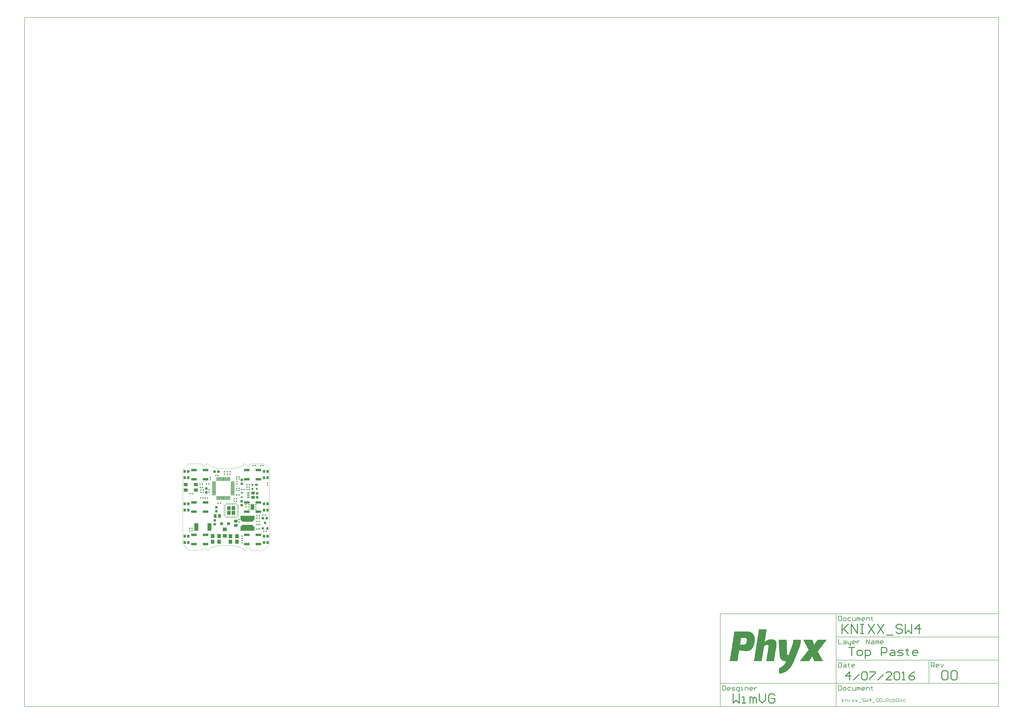
<source format=gtp>
G04 Layer_Color=8421504*
%FSLAX25Y25*%
%MOIN*%
G70*
G01*
G75*
%ADD10C,0.00787*%
%ADD11R,0.03937X0.04331*%
%ADD12R,0.04331X0.03937*%
%ADD13R,0.03937X0.04724*%
%ADD14R,0.07087X0.05512*%
%ADD15R,0.06299X0.07087*%
%ADD16R,0.07087X0.06299*%
%ADD17R,0.05906X0.05118*%
%ADD19O,0.00984X0.03347*%
%ADD20O,0.00984X0.03543*%
%ADD21O,0.03347X0.00984*%
%ADD22O,0.03543X0.00984*%
%ADD23R,0.02362X0.01969*%
%ADD24R,0.01969X0.02362*%
%ADD25R,0.03150X0.03543*%
%ADD26R,0.04724X0.03543*%
%ADD27R,0.09449X0.03937*%
%ADD28R,0.05906X0.09449*%
%ADD29R,0.02756X0.01575*%
%ADD30O,0.01181X0.07087*%
%ADD31O,0.07087X0.01181*%
%ADD32R,0.07087X0.12598*%
%ADD33C,0.00839*%
%ADD34R,0.03347X0.03937*%
%ADD35R,0.03347X0.03937*%
%ADD36R,0.01181X0.02598*%
%ADD37R,0.03937X0.02362*%
%ADD38R,0.05118X0.05906*%
%ADD39R,0.04921X0.04803*%
%ADD40R,0.23622X0.04724*%
%ADD43C,0.01575*%
%ADD45C,0.00984*%
%ADD46C,0.00394*%
%ADD62R,0.06496X0.06890*%
G36*
X975410Y-225449D02*
Y-225736D01*
Y-226022D01*
Y-226308D01*
Y-226595D01*
Y-226881D01*
Y-227167D01*
Y-227453D01*
Y-227740D01*
Y-228026D01*
Y-228312D01*
Y-228599D01*
Y-228885D01*
Y-229171D01*
Y-229458D01*
Y-229744D01*
Y-230030D01*
Y-230317D01*
Y-230603D01*
Y-230889D01*
Y-231176D01*
X975124D01*
Y-231462D01*
Y-231748D01*
Y-232034D01*
Y-232321D01*
Y-232607D01*
X974838D01*
Y-232893D01*
Y-233180D01*
Y-233466D01*
Y-233752D01*
X974551D01*
Y-234039D01*
Y-234325D01*
Y-234611D01*
Y-234898D01*
X974265D01*
Y-235184D01*
Y-235470D01*
Y-235757D01*
X973979D01*
Y-236043D01*
Y-236329D01*
Y-236615D01*
X973692D01*
Y-236902D01*
Y-237188D01*
Y-237474D01*
X973406D01*
Y-237761D01*
Y-238047D01*
Y-238333D01*
X973120D01*
Y-238620D01*
Y-238906D01*
X972834D01*
Y-239192D01*
Y-239479D01*
X972547D01*
Y-239765D01*
Y-240051D01*
Y-240338D01*
X972261D01*
Y-240624D01*
Y-240910D01*
X971975D01*
Y-241196D01*
Y-241483D01*
Y-241769D01*
X971688D01*
Y-242056D01*
Y-242342D01*
X971402D01*
Y-242628D01*
Y-242914D01*
Y-243201D01*
X971116D01*
Y-243487D01*
Y-243773D01*
X970829D01*
Y-244060D01*
Y-244346D01*
Y-244632D01*
X970543D01*
Y-244919D01*
Y-245205D01*
X970257D01*
Y-245491D01*
Y-245778D01*
Y-246064D01*
X969970D01*
Y-246350D01*
Y-246637D01*
X969684D01*
Y-246923D01*
Y-247209D01*
Y-247495D01*
X969398D01*
Y-247782D01*
Y-248068D01*
X969111D01*
Y-248354D01*
Y-248641D01*
Y-248927D01*
X968825D01*
Y-249213D01*
Y-249500D01*
X968539D01*
Y-249786D01*
Y-250072D01*
Y-250359D01*
X968252D01*
Y-250645D01*
Y-250931D01*
X967966D01*
Y-251218D01*
Y-251504D01*
Y-251790D01*
X967680D01*
Y-252076D01*
Y-252363D01*
X967393D01*
Y-252649D01*
Y-252935D01*
Y-253222D01*
X967107D01*
Y-253508D01*
Y-253794D01*
X966821D01*
Y-254081D01*
Y-254367D01*
Y-254653D01*
X966535D01*
Y-254940D01*
Y-255226D01*
X966248D01*
Y-255512D01*
Y-255799D01*
Y-256085D01*
X965962D01*
Y-256371D01*
Y-256657D01*
X965676D01*
Y-256944D01*
Y-257230D01*
Y-257516D01*
X965389D01*
Y-257803D01*
Y-258089D01*
X965103D01*
Y-258375D01*
Y-258662D01*
Y-258948D01*
X964817D01*
Y-259234D01*
Y-259521D01*
X964530D01*
Y-259807D01*
Y-260093D01*
Y-260380D01*
X964244D01*
Y-260666D01*
Y-260952D01*
X963958D01*
Y-261238D01*
Y-261525D01*
Y-261811D01*
X963671D01*
Y-262097D01*
Y-262384D01*
X963385D01*
Y-262670D01*
Y-262956D01*
X963099D01*
Y-263243D01*
Y-263529D01*
X962813D01*
Y-263815D01*
Y-264102D01*
Y-264388D01*
X962526D01*
Y-264674D01*
X962240D01*
Y-264961D01*
Y-265247D01*
Y-265533D01*
X961954D01*
Y-265819D01*
X961667D01*
Y-266106D01*
Y-266392D01*
X961381D01*
Y-266678D01*
Y-266965D01*
X961095D01*
Y-267251D01*
Y-267537D01*
X960808D01*
Y-267824D01*
Y-268110D01*
X960522D01*
Y-268396D01*
X960236D01*
Y-268683D01*
Y-268969D01*
X959949D01*
Y-269255D01*
Y-269542D01*
X959663D01*
Y-269828D01*
X959377D01*
Y-270114D01*
X959091D01*
Y-270400D01*
Y-270687D01*
X958804D01*
Y-270973D01*
X958518D01*
Y-271259D01*
Y-271546D01*
X958232D01*
Y-271832D01*
X957945D01*
Y-272118D01*
X957659D01*
Y-272405D01*
Y-272691D01*
X957373D01*
Y-272977D01*
X957086D01*
Y-273264D01*
X956800D01*
Y-273550D01*
X956514D01*
Y-273836D01*
X956227D01*
Y-274123D01*
Y-274409D01*
X955941D01*
Y-274695D01*
X955655D01*
Y-274981D01*
X955368D01*
Y-275268D01*
X955082D01*
Y-275554D01*
X954796D01*
Y-275840D01*
X954510D01*
Y-276127D01*
X954223D01*
Y-276413D01*
X953650D01*
Y-276699D01*
X953364D01*
Y-276986D01*
X953078D01*
Y-277272D01*
X952792D01*
Y-277558D01*
X952505D01*
Y-277845D01*
X951933D01*
Y-278131D01*
X951646D01*
Y-278417D01*
X951074D01*
Y-278703D01*
X950787D01*
Y-278990D01*
X950215D01*
Y-279276D01*
X949928D01*
Y-279562D01*
X949356D01*
Y-279849D01*
X948783D01*
Y-280135D01*
X948211D01*
Y-280421D01*
X947638D01*
Y-280708D01*
X947065D01*
Y-280994D01*
X946206D01*
Y-281280D01*
X945634D01*
Y-281567D01*
X944775D01*
Y-281853D01*
X943630D01*
Y-282139D01*
X942484D01*
Y-282426D01*
X940767D01*
Y-282712D01*
X938762D01*
Y-282998D01*
X938476D01*
Y-282712D01*
Y-282426D01*
Y-282139D01*
Y-281853D01*
Y-281567D01*
Y-281280D01*
Y-280994D01*
Y-280708D01*
Y-280421D01*
Y-280135D01*
Y-279849D01*
Y-279562D01*
Y-279276D01*
Y-278990D01*
Y-278703D01*
Y-278417D01*
Y-278131D01*
Y-277845D01*
Y-277558D01*
Y-277272D01*
Y-276986D01*
Y-276699D01*
Y-276413D01*
Y-276127D01*
Y-275840D01*
Y-275554D01*
Y-275268D01*
Y-274981D01*
Y-274695D01*
Y-274409D01*
Y-274123D01*
Y-273836D01*
Y-273550D01*
X939049D01*
Y-273264D01*
X939621D01*
Y-272977D01*
X940194D01*
Y-272691D01*
X940767D01*
Y-272405D01*
X941339D01*
Y-272118D01*
X941912D01*
Y-271832D01*
X942198D01*
Y-271546D01*
X942771D01*
Y-271259D01*
X943057D01*
Y-270973D01*
X943630D01*
Y-270687D01*
X943916D01*
Y-270400D01*
X944202D01*
Y-270114D01*
X944775D01*
Y-269828D01*
X945061D01*
Y-269542D01*
X945347D01*
Y-269255D01*
X945634D01*
Y-268969D01*
X945920D01*
Y-268683D01*
X946206D01*
Y-268396D01*
X946493D01*
Y-268110D01*
X946779D01*
Y-267824D01*
X947065D01*
Y-267537D01*
X947352D01*
Y-267251D01*
X947638D01*
Y-266965D01*
X947924D01*
Y-266678D01*
Y-266392D01*
X948211D01*
Y-266106D01*
X948497D01*
Y-265819D01*
X948783D01*
Y-265533D01*
Y-265247D01*
X949069D01*
Y-264961D01*
X949356D01*
Y-264674D01*
Y-264388D01*
X949642D01*
Y-264102D01*
Y-263815D01*
X949928D01*
Y-263529D01*
X950215D01*
Y-263243D01*
Y-262956D01*
X950501D01*
Y-262670D01*
Y-262384D01*
X950787D01*
Y-262097D01*
Y-261811D01*
X949069D01*
Y-261525D01*
X947065D01*
Y-261238D01*
X945920D01*
Y-260952D01*
X945347D01*
Y-260666D01*
X944489D01*
Y-260380D01*
X943916D01*
Y-260093D01*
X943630D01*
Y-259807D01*
X943057D01*
Y-259521D01*
X942771D01*
Y-259234D01*
X942484D01*
Y-258948D01*
X942198D01*
Y-258662D01*
X941912D01*
Y-258375D01*
X941625D01*
Y-258089D01*
Y-257803D01*
X941339D01*
Y-257516D01*
X941053D01*
Y-257230D01*
Y-256944D01*
X940767D01*
Y-256657D01*
Y-256371D01*
X940480D01*
Y-256085D01*
Y-255799D01*
X940194D01*
Y-255512D01*
Y-255226D01*
Y-254940D01*
X939907D01*
Y-254653D01*
Y-254367D01*
Y-254081D01*
Y-253794D01*
X939621D01*
Y-253508D01*
Y-253222D01*
Y-252935D01*
Y-252649D01*
Y-252363D01*
Y-252076D01*
Y-251790D01*
X939335D01*
Y-251504D01*
Y-251218D01*
Y-250931D01*
Y-250645D01*
Y-250359D01*
Y-250072D01*
Y-249786D01*
Y-249500D01*
Y-249213D01*
Y-248927D01*
Y-248641D01*
Y-248354D01*
Y-248068D01*
Y-247782D01*
Y-247495D01*
X939049D01*
Y-247209D01*
Y-246923D01*
Y-246637D01*
Y-246350D01*
Y-246064D01*
Y-245778D01*
Y-245491D01*
Y-245205D01*
Y-244919D01*
Y-244632D01*
Y-244346D01*
Y-244060D01*
Y-243773D01*
Y-243487D01*
Y-243201D01*
X938762D01*
Y-242914D01*
Y-242628D01*
Y-242342D01*
Y-242056D01*
Y-241769D01*
Y-241483D01*
Y-241196D01*
Y-240910D01*
Y-240624D01*
Y-240338D01*
Y-240051D01*
Y-239765D01*
Y-239479D01*
Y-239192D01*
Y-238906D01*
Y-238620D01*
X938476D01*
Y-238333D01*
Y-238047D01*
Y-237761D01*
Y-237474D01*
Y-237188D01*
Y-236902D01*
Y-236615D01*
Y-236329D01*
Y-236043D01*
Y-235757D01*
Y-235470D01*
Y-235184D01*
Y-234898D01*
Y-234611D01*
Y-234325D01*
Y-234039D01*
X938190D01*
Y-233752D01*
Y-233466D01*
Y-233180D01*
Y-232893D01*
Y-232607D01*
Y-232321D01*
Y-232034D01*
Y-231748D01*
Y-231462D01*
Y-231176D01*
Y-230889D01*
Y-230603D01*
Y-230317D01*
Y-230030D01*
X937903D01*
Y-229744D01*
Y-229458D01*
Y-229171D01*
Y-228885D01*
Y-228599D01*
Y-228312D01*
Y-228026D01*
Y-227740D01*
Y-227453D01*
Y-227167D01*
Y-226881D01*
Y-226595D01*
Y-226308D01*
Y-226022D01*
Y-225736D01*
Y-225449D01*
X937617D01*
Y-225163D01*
X951360D01*
Y-225449D01*
Y-225736D01*
Y-226022D01*
Y-226308D01*
Y-226595D01*
Y-226881D01*
Y-227167D01*
Y-227453D01*
Y-227740D01*
Y-228026D01*
Y-228312D01*
Y-228599D01*
Y-228885D01*
Y-229171D01*
X951646D01*
Y-229458D01*
Y-229744D01*
Y-230030D01*
Y-230317D01*
Y-230603D01*
Y-230889D01*
Y-231176D01*
Y-231462D01*
Y-231748D01*
Y-232034D01*
Y-232321D01*
Y-232607D01*
Y-232893D01*
Y-233180D01*
Y-233466D01*
Y-233752D01*
Y-234039D01*
Y-234325D01*
Y-234611D01*
Y-234898D01*
Y-235184D01*
Y-235470D01*
Y-235757D01*
Y-236043D01*
Y-236329D01*
Y-236615D01*
Y-236902D01*
Y-237188D01*
Y-237474D01*
Y-237761D01*
Y-238047D01*
Y-238333D01*
Y-238620D01*
Y-238906D01*
Y-239192D01*
Y-239479D01*
Y-239765D01*
Y-240051D01*
Y-240338D01*
Y-240624D01*
Y-240910D01*
X951933D01*
Y-241196D01*
X951646D01*
Y-241483D01*
Y-241769D01*
X951933D01*
Y-242056D01*
Y-242342D01*
Y-242628D01*
Y-242914D01*
Y-243201D01*
Y-243487D01*
Y-243773D01*
Y-244060D01*
Y-244346D01*
Y-244632D01*
Y-244919D01*
Y-245205D01*
Y-245491D01*
Y-245778D01*
Y-246064D01*
Y-246350D01*
Y-246637D01*
Y-246923D01*
Y-247209D01*
Y-247495D01*
Y-247782D01*
Y-248068D01*
Y-248354D01*
Y-248641D01*
Y-248927D01*
Y-249213D01*
X952219D01*
Y-249500D01*
Y-249786D01*
Y-250072D01*
X952505D01*
Y-250359D01*
X952792D01*
Y-250645D01*
X953078D01*
Y-250931D01*
X953937D01*
Y-251218D01*
X954796D01*
Y-250931D01*
X955082D01*
Y-250645D01*
Y-250359D01*
Y-250072D01*
X955368D01*
Y-249786D01*
Y-249500D01*
X955655D01*
Y-249213D01*
Y-248927D01*
Y-248641D01*
X955941D01*
Y-248354D01*
Y-248068D01*
Y-247782D01*
X956227D01*
Y-247495D01*
Y-247209D01*
Y-246923D01*
X956514D01*
Y-246637D01*
Y-246350D01*
Y-246064D01*
X956800D01*
Y-245778D01*
Y-245491D01*
X957086D01*
Y-245205D01*
Y-244919D01*
Y-244632D01*
X957373D01*
Y-244346D01*
Y-244060D01*
Y-243773D01*
X957659D01*
Y-243487D01*
Y-243201D01*
Y-242914D01*
X957945D01*
Y-242628D01*
Y-242342D01*
X958232D01*
Y-242056D01*
Y-241769D01*
Y-241483D01*
X958518D01*
Y-241196D01*
Y-240910D01*
Y-240624D01*
X958804D01*
Y-240338D01*
Y-240051D01*
Y-239765D01*
X959091D01*
Y-239479D01*
Y-239192D01*
X959377D01*
Y-238906D01*
Y-238620D01*
Y-238333D01*
X959663D01*
Y-238047D01*
Y-237761D01*
Y-237474D01*
X959949D01*
Y-237188D01*
Y-236902D01*
Y-236615D01*
X960236D01*
Y-236329D01*
Y-236043D01*
X960522D01*
Y-235757D01*
Y-235470D01*
Y-235184D01*
X960808D01*
Y-234898D01*
Y-234611D01*
Y-234325D01*
X961095D01*
Y-234039D01*
Y-233752D01*
Y-233466D01*
X961381D01*
Y-233180D01*
Y-232893D01*
Y-232607D01*
Y-232321D01*
X961667D01*
Y-232034D01*
Y-231748D01*
Y-231462D01*
Y-231176D01*
X961954D01*
Y-230889D01*
Y-230603D01*
Y-230317D01*
Y-230030D01*
Y-229744D01*
X962240D01*
Y-229458D01*
Y-229171D01*
Y-228885D01*
Y-228599D01*
Y-228312D01*
Y-228026D01*
X962526D01*
Y-227740D01*
Y-227453D01*
Y-227167D01*
Y-226881D01*
Y-226595D01*
Y-226308D01*
Y-226022D01*
Y-225736D01*
Y-225449D01*
Y-225163D01*
X975410D01*
Y-225449D01*
D02*
G37*
G36*
X917575Y-207984D02*
Y-208271D01*
X917289D01*
Y-208557D01*
Y-208843D01*
Y-209130D01*
Y-209416D01*
Y-209702D01*
Y-209988D01*
X917002D01*
Y-210275D01*
Y-210561D01*
Y-210847D01*
Y-211134D01*
Y-211420D01*
Y-211706D01*
X916716D01*
Y-211993D01*
Y-212279D01*
Y-212565D01*
Y-212852D01*
Y-213138D01*
Y-213424D01*
Y-213710D01*
X916430D01*
Y-213997D01*
Y-214283D01*
Y-214569D01*
Y-214856D01*
Y-215142D01*
Y-215428D01*
X916144D01*
Y-215715D01*
Y-216001D01*
Y-216287D01*
Y-216574D01*
Y-216860D01*
Y-217146D01*
X915857D01*
Y-217432D01*
Y-217719D01*
Y-218005D01*
Y-218291D01*
Y-218578D01*
Y-218864D01*
Y-219150D01*
X915571D01*
Y-219437D01*
Y-219723D01*
Y-220009D01*
Y-220296D01*
Y-220582D01*
Y-220868D01*
X915285D01*
Y-221155D01*
Y-221441D01*
Y-221727D01*
Y-222013D01*
Y-222300D01*
Y-222586D01*
X914998D01*
Y-222872D01*
Y-223159D01*
Y-223445D01*
Y-223731D01*
Y-224018D01*
Y-224304D01*
X914712D01*
Y-224590D01*
Y-224877D01*
Y-225163D01*
Y-225449D01*
Y-225736D01*
Y-226022D01*
Y-226308D01*
X914426D01*
Y-226595D01*
Y-226881D01*
Y-227167D01*
Y-227453D01*
Y-227740D01*
Y-228026D01*
X914139D01*
Y-228312D01*
Y-228599D01*
X914712D01*
Y-228312D01*
X914998D01*
Y-228026D01*
X915285D01*
Y-227740D01*
X915857D01*
Y-227453D01*
X916144D01*
Y-227167D01*
X916430D01*
Y-226881D01*
X917002D01*
Y-226595D01*
X917575D01*
Y-226308D01*
X917861D01*
Y-226022D01*
X918434D01*
Y-225736D01*
X919293D01*
Y-225449D01*
X919866D01*
Y-225163D01*
X920725D01*
Y-224877D01*
X922156D01*
Y-224590D01*
X928455D01*
Y-224877D01*
X929600D01*
Y-225163D01*
X930459D01*
Y-225449D01*
X931032D01*
Y-225736D01*
X931318D01*
Y-226022D01*
X931891D01*
Y-226308D01*
X932177D01*
Y-226595D01*
X932463D01*
Y-226881D01*
X932750D01*
Y-227167D01*
X933036D01*
Y-227453D01*
Y-227740D01*
X933322D01*
Y-228026D01*
Y-228312D01*
X933609D01*
Y-228599D01*
Y-228885D01*
Y-229171D01*
X933895D01*
Y-229458D01*
Y-229744D01*
Y-230030D01*
Y-230317D01*
X934181D01*
Y-230603D01*
Y-230889D01*
Y-231176D01*
Y-231462D01*
Y-231748D01*
Y-232034D01*
Y-232321D01*
Y-232607D01*
Y-232893D01*
Y-233180D01*
Y-233466D01*
Y-233752D01*
Y-234039D01*
Y-234325D01*
Y-234611D01*
Y-234898D01*
Y-235184D01*
Y-235470D01*
X933895D01*
Y-235757D01*
Y-236043D01*
Y-236329D01*
Y-236615D01*
Y-236902D01*
Y-237188D01*
Y-237474D01*
X933609D01*
Y-237761D01*
Y-238047D01*
Y-238333D01*
Y-238620D01*
Y-238906D01*
Y-239192D01*
Y-239479D01*
X933322D01*
Y-239765D01*
Y-240051D01*
Y-240338D01*
Y-240624D01*
Y-240910D01*
Y-241196D01*
X933036D01*
Y-241483D01*
Y-241769D01*
Y-242056D01*
Y-242342D01*
Y-242628D01*
Y-242914D01*
X932750D01*
Y-243201D01*
Y-243487D01*
Y-243773D01*
Y-244060D01*
Y-244346D01*
Y-244632D01*
X932463D01*
Y-244919D01*
Y-245205D01*
Y-245491D01*
Y-245778D01*
Y-246064D01*
Y-246350D01*
Y-246637D01*
X932177D01*
Y-246923D01*
Y-247209D01*
Y-247495D01*
Y-247782D01*
Y-248068D01*
Y-248354D01*
X931891D01*
Y-248641D01*
Y-248927D01*
Y-249213D01*
Y-249500D01*
Y-249786D01*
Y-250072D01*
X931604D01*
Y-250359D01*
Y-250645D01*
Y-250931D01*
Y-251218D01*
Y-251504D01*
Y-251790D01*
Y-252076D01*
X931318D01*
Y-252363D01*
Y-252649D01*
Y-252935D01*
Y-253222D01*
Y-253508D01*
Y-253794D01*
X931032D01*
Y-254081D01*
Y-254367D01*
Y-254653D01*
Y-254940D01*
Y-255226D01*
Y-255512D01*
X930746D01*
Y-255799D01*
Y-256085D01*
Y-256371D01*
Y-256657D01*
Y-256944D01*
Y-257230D01*
X930459D01*
Y-257516D01*
Y-257803D01*
Y-258089D01*
Y-258375D01*
Y-258662D01*
Y-258948D01*
Y-259234D01*
X930173D01*
Y-259521D01*
Y-259807D01*
Y-260093D01*
Y-260380D01*
Y-260666D01*
Y-260952D01*
X929887D01*
Y-261238D01*
Y-261525D01*
X916716D01*
Y-261238D01*
Y-260952D01*
X917002D01*
Y-260666D01*
Y-260380D01*
Y-260093D01*
Y-259807D01*
Y-259521D01*
Y-259234D01*
X917289D01*
Y-258948D01*
Y-258662D01*
Y-258375D01*
Y-258089D01*
Y-257803D01*
Y-257516D01*
Y-257230D01*
X917575D01*
Y-256944D01*
Y-256657D01*
Y-256371D01*
Y-256085D01*
Y-255799D01*
Y-255512D01*
X917861D01*
Y-255226D01*
Y-254940D01*
Y-254653D01*
Y-254367D01*
Y-254081D01*
Y-253794D01*
X918148D01*
Y-253508D01*
Y-253222D01*
Y-252935D01*
Y-252649D01*
Y-252363D01*
Y-252076D01*
Y-251790D01*
X918434D01*
Y-251504D01*
Y-251218D01*
Y-250931D01*
Y-250645D01*
Y-250359D01*
Y-250072D01*
X918720D01*
Y-249786D01*
Y-249500D01*
Y-249213D01*
Y-248927D01*
Y-248641D01*
Y-248354D01*
Y-248068D01*
X919007D01*
Y-247782D01*
Y-247495D01*
Y-247209D01*
Y-246923D01*
Y-246637D01*
Y-246350D01*
X919293D01*
Y-246064D01*
Y-245778D01*
Y-245491D01*
Y-245205D01*
Y-244919D01*
Y-244632D01*
X919579D01*
Y-244346D01*
Y-244060D01*
Y-243773D01*
Y-243487D01*
Y-243201D01*
Y-242914D01*
X919866D01*
Y-242628D01*
Y-242342D01*
Y-242056D01*
Y-241769D01*
Y-241483D01*
Y-241196D01*
Y-240910D01*
X920152D01*
Y-240624D01*
Y-240338D01*
Y-240051D01*
Y-239765D01*
Y-239479D01*
Y-239192D01*
X920438D01*
Y-238906D01*
Y-238620D01*
Y-238333D01*
Y-238047D01*
Y-237761D01*
Y-237474D01*
Y-237188D01*
X920725D01*
Y-236902D01*
Y-236615D01*
Y-236329D01*
Y-236043D01*
Y-235757D01*
Y-235470D01*
X920438D01*
Y-235184D01*
Y-234898D01*
X920152D01*
Y-234611D01*
X919866D01*
Y-234325D01*
X919293D01*
Y-234039D01*
X917575D01*
Y-234325D01*
X916144D01*
Y-234611D01*
X915285D01*
Y-234898D01*
X914712D01*
Y-235184D01*
X914426D01*
Y-235470D01*
X913853D01*
Y-235757D01*
X913567D01*
Y-236043D01*
X913280D01*
Y-236329D01*
Y-236615D01*
X912994D01*
Y-236902D01*
Y-237188D01*
Y-237474D01*
X912708D01*
Y-237761D01*
Y-238047D01*
Y-238333D01*
Y-238620D01*
Y-238906D01*
Y-239192D01*
X912422D01*
Y-239479D01*
Y-239765D01*
Y-240051D01*
Y-240338D01*
Y-240624D01*
Y-240910D01*
Y-241196D01*
X912135D01*
Y-241483D01*
Y-241769D01*
Y-242056D01*
Y-242342D01*
Y-242628D01*
Y-242914D01*
X911849D01*
Y-243201D01*
Y-243487D01*
Y-243773D01*
Y-244060D01*
Y-244346D01*
Y-244632D01*
X911563D01*
Y-244919D01*
Y-245205D01*
Y-245491D01*
Y-245778D01*
Y-246064D01*
Y-246350D01*
X911276D01*
Y-246637D01*
Y-246923D01*
Y-247209D01*
Y-247495D01*
Y-247782D01*
Y-248068D01*
Y-248354D01*
X910990D01*
Y-248641D01*
Y-248927D01*
Y-249213D01*
Y-249500D01*
Y-249786D01*
Y-250072D01*
X910704D01*
Y-250359D01*
Y-250645D01*
Y-250931D01*
Y-251218D01*
Y-251504D01*
Y-251790D01*
X910417D01*
Y-252076D01*
Y-252363D01*
Y-252649D01*
Y-252935D01*
Y-253222D01*
Y-253508D01*
Y-253794D01*
X910131D01*
Y-254081D01*
Y-254367D01*
Y-254653D01*
Y-254940D01*
Y-255226D01*
Y-255512D01*
X909845D01*
Y-255799D01*
Y-256085D01*
Y-256371D01*
Y-256657D01*
Y-256944D01*
Y-257230D01*
X909558D01*
Y-257516D01*
Y-257803D01*
Y-258089D01*
Y-258375D01*
Y-258662D01*
Y-258948D01*
X909272D01*
Y-259234D01*
Y-259521D01*
Y-259807D01*
Y-260093D01*
Y-260380D01*
Y-260666D01*
Y-260952D01*
X908986D01*
Y-261238D01*
Y-261525D01*
X895815D01*
Y-261238D01*
Y-260952D01*
X896102D01*
Y-260666D01*
Y-260380D01*
Y-260093D01*
Y-259807D01*
Y-259521D01*
Y-259234D01*
Y-258948D01*
X896388D01*
Y-258662D01*
Y-258375D01*
Y-258089D01*
Y-257803D01*
Y-257516D01*
Y-257230D01*
X896674D01*
Y-256944D01*
Y-256657D01*
Y-256371D01*
Y-256085D01*
Y-255799D01*
Y-255512D01*
X896961D01*
Y-255226D01*
Y-254940D01*
Y-254653D01*
Y-254367D01*
Y-254081D01*
Y-253794D01*
Y-253508D01*
X897247D01*
Y-253222D01*
Y-252935D01*
Y-252649D01*
Y-252363D01*
Y-252076D01*
Y-251790D01*
X897533D01*
Y-251504D01*
Y-251218D01*
Y-250931D01*
Y-250645D01*
Y-250359D01*
Y-250072D01*
X897820D01*
Y-249786D01*
Y-249500D01*
Y-249213D01*
Y-248927D01*
Y-248641D01*
Y-248354D01*
X898106D01*
Y-248068D01*
Y-247782D01*
Y-247495D01*
Y-247209D01*
Y-246923D01*
Y-246637D01*
Y-246350D01*
X898392D01*
Y-246064D01*
Y-245778D01*
Y-245491D01*
Y-245205D01*
Y-244919D01*
Y-244632D01*
X898678D01*
Y-244346D01*
Y-244060D01*
Y-243773D01*
Y-243487D01*
Y-243201D01*
Y-242914D01*
X898965D01*
Y-242628D01*
Y-242342D01*
Y-242056D01*
Y-241769D01*
Y-241483D01*
Y-241196D01*
Y-240910D01*
X899251D01*
Y-240624D01*
Y-240338D01*
Y-240051D01*
Y-239765D01*
Y-239479D01*
Y-239192D01*
X899537D01*
Y-238906D01*
Y-238620D01*
Y-238333D01*
Y-238047D01*
Y-237761D01*
Y-237474D01*
X899824D01*
Y-237188D01*
Y-236902D01*
Y-236615D01*
Y-236329D01*
Y-236043D01*
Y-235757D01*
X900110D01*
Y-235470D01*
Y-235184D01*
Y-234898D01*
Y-234611D01*
Y-234325D01*
Y-234039D01*
Y-233752D01*
X900396D01*
Y-233466D01*
Y-233180D01*
Y-232893D01*
Y-232607D01*
Y-232321D01*
Y-232034D01*
X900683D01*
Y-231748D01*
Y-231462D01*
Y-231176D01*
Y-230889D01*
Y-230603D01*
Y-230317D01*
X900969D01*
Y-230030D01*
Y-229744D01*
Y-229458D01*
Y-229171D01*
Y-228885D01*
Y-228599D01*
X901255D01*
Y-228312D01*
Y-228026D01*
Y-227740D01*
Y-227453D01*
Y-227167D01*
Y-226881D01*
Y-226595D01*
X901542D01*
Y-226308D01*
Y-226022D01*
Y-225736D01*
Y-225449D01*
Y-225163D01*
Y-224877D01*
X901828D01*
Y-224590D01*
Y-224304D01*
Y-224018D01*
Y-223731D01*
Y-223445D01*
Y-223159D01*
X902114D01*
Y-222872D01*
Y-222586D01*
Y-222300D01*
Y-222013D01*
Y-221727D01*
Y-221441D01*
Y-221155D01*
X902400D01*
Y-220868D01*
Y-220582D01*
Y-220296D01*
Y-220009D01*
Y-219723D01*
Y-219437D01*
X902687D01*
Y-219150D01*
Y-218864D01*
Y-218578D01*
Y-218291D01*
Y-218005D01*
Y-217719D01*
X902973D01*
Y-217432D01*
Y-217146D01*
Y-216860D01*
Y-216574D01*
Y-216287D01*
Y-216001D01*
X903259D01*
Y-215715D01*
Y-215428D01*
Y-215142D01*
Y-214856D01*
Y-214569D01*
Y-214283D01*
Y-213997D01*
X903546D01*
Y-213710D01*
Y-213424D01*
Y-213138D01*
Y-212852D01*
Y-212565D01*
Y-212279D01*
X903832D01*
Y-211993D01*
Y-211706D01*
Y-211420D01*
Y-211134D01*
Y-210847D01*
Y-210561D01*
X904118D01*
Y-210275D01*
Y-209988D01*
Y-209702D01*
Y-209416D01*
Y-209130D01*
Y-208843D01*
Y-208557D01*
X904405D01*
Y-208271D01*
Y-207984D01*
Y-207698D01*
X917575D01*
Y-207984D01*
D02*
G37*
G36*
X886367Y-211420D02*
X888085D01*
Y-211706D01*
X888944D01*
Y-211993D01*
X889803D01*
Y-212279D01*
X890662D01*
Y-212565D01*
X891234D01*
Y-212852D01*
X891521D01*
Y-213138D01*
X892093D01*
Y-213424D01*
X892380D01*
Y-213710D01*
X892952D01*
Y-213997D01*
X893239D01*
Y-214283D01*
X893525D01*
Y-214569D01*
X893811D01*
Y-214856D01*
X894098D01*
Y-215142D01*
X894384D01*
Y-215428D01*
X894670D01*
Y-215715D01*
Y-216001D01*
X894956D01*
Y-216287D01*
X895243D01*
Y-216574D01*
Y-216860D01*
X895529D01*
Y-217146D01*
X895815D01*
Y-217432D01*
Y-217719D01*
X896102D01*
Y-218005D01*
Y-218291D01*
Y-218578D01*
X896388D01*
Y-218864D01*
Y-219150D01*
Y-219437D01*
X896674D01*
Y-219723D01*
Y-220009D01*
Y-220296D01*
Y-220582D01*
X896961D01*
Y-220868D01*
Y-221155D01*
Y-221441D01*
Y-221727D01*
Y-222013D01*
X897247D01*
Y-222300D01*
Y-222586D01*
Y-222872D01*
Y-223159D01*
Y-223445D01*
Y-223731D01*
Y-224018D01*
Y-224304D01*
Y-224590D01*
Y-224877D01*
Y-225163D01*
Y-225449D01*
Y-225736D01*
Y-226022D01*
Y-226308D01*
Y-226595D01*
Y-226881D01*
Y-227167D01*
Y-227453D01*
Y-227740D01*
X896961D01*
Y-228026D01*
Y-228312D01*
Y-228599D01*
Y-228885D01*
Y-229171D01*
Y-229458D01*
Y-229744D01*
X896674D01*
Y-230030D01*
Y-230317D01*
Y-230603D01*
Y-230889D01*
Y-231176D01*
X896388D01*
Y-231462D01*
Y-231748D01*
Y-232034D01*
Y-232321D01*
Y-232607D01*
X896102D01*
Y-232893D01*
Y-233180D01*
Y-233466D01*
X895815D01*
Y-233752D01*
Y-234039D01*
Y-234325D01*
Y-234611D01*
X895529D01*
Y-234898D01*
Y-235184D01*
Y-235470D01*
X895243D01*
Y-235757D01*
Y-236043D01*
X894956D01*
Y-236329D01*
Y-236615D01*
Y-236902D01*
X894670D01*
Y-237188D01*
Y-237474D01*
X894384D01*
Y-237761D01*
Y-238047D01*
X894098D01*
Y-238333D01*
Y-238620D01*
X893811D01*
Y-238906D01*
X893525D01*
Y-239192D01*
Y-239479D01*
X893239D01*
Y-239765D01*
X892952D01*
Y-240051D01*
X892666D01*
Y-240338D01*
Y-240624D01*
X892380D01*
Y-240910D01*
X892093D01*
Y-241196D01*
X891807D01*
Y-241483D01*
X891521D01*
Y-241769D01*
X891234D01*
Y-242056D01*
X890662D01*
Y-242342D01*
X890375D01*
Y-242628D01*
X889803D01*
Y-242914D01*
X889517D01*
Y-243201D01*
X888944D01*
Y-243487D01*
X888085D01*
Y-243773D01*
X887226D01*
Y-244060D01*
X886367D01*
Y-244346D01*
X884649D01*
Y-244632D01*
X879496D01*
Y-244346D01*
X876919D01*
Y-244060D01*
X874914D01*
Y-243773D01*
X873483D01*
Y-243487D01*
X872051D01*
Y-243201D01*
X870620D01*
Y-243487D01*
Y-243773D01*
Y-244060D01*
Y-244346D01*
Y-244632D01*
Y-244919D01*
Y-245205D01*
X870333D01*
Y-245491D01*
Y-245778D01*
Y-246064D01*
Y-246350D01*
Y-246637D01*
Y-246923D01*
X870047D01*
Y-247209D01*
Y-247495D01*
Y-247782D01*
Y-248068D01*
Y-248354D01*
Y-248641D01*
X869761D01*
Y-248927D01*
Y-249213D01*
Y-249500D01*
Y-249786D01*
Y-250072D01*
Y-250359D01*
Y-250645D01*
X869475D01*
Y-250931D01*
Y-251218D01*
Y-251504D01*
Y-251790D01*
Y-252076D01*
Y-252363D01*
X869188D01*
Y-252649D01*
Y-252935D01*
Y-253222D01*
Y-253508D01*
Y-253794D01*
Y-254081D01*
X868902D01*
Y-254367D01*
Y-254653D01*
Y-254940D01*
Y-255226D01*
Y-255512D01*
Y-255799D01*
Y-256085D01*
X868616D01*
Y-256371D01*
Y-256657D01*
Y-256944D01*
Y-257230D01*
Y-257516D01*
Y-257803D01*
X868329D01*
Y-258089D01*
Y-258375D01*
Y-258662D01*
Y-258948D01*
Y-259234D01*
Y-259521D01*
X868043D01*
Y-259807D01*
Y-260093D01*
Y-260380D01*
Y-260666D01*
Y-260952D01*
Y-261238D01*
Y-261525D01*
X854586D01*
Y-261238D01*
X854873D01*
Y-260952D01*
Y-260666D01*
Y-260380D01*
Y-260093D01*
Y-259807D01*
X855159D01*
Y-259521D01*
Y-259234D01*
Y-258948D01*
Y-258662D01*
Y-258375D01*
Y-258089D01*
Y-257803D01*
X855445D01*
Y-257516D01*
Y-257230D01*
Y-256944D01*
Y-256657D01*
Y-256371D01*
Y-256085D01*
X855731D01*
Y-255799D01*
Y-255512D01*
Y-255226D01*
Y-254940D01*
Y-254653D01*
Y-254367D01*
X856018D01*
Y-254081D01*
Y-253794D01*
Y-253508D01*
Y-253222D01*
Y-252935D01*
Y-252649D01*
Y-252363D01*
X856304D01*
Y-252076D01*
Y-251790D01*
Y-251504D01*
Y-251218D01*
Y-250931D01*
Y-250645D01*
X856590D01*
Y-250359D01*
Y-250072D01*
Y-249786D01*
Y-249500D01*
Y-249213D01*
Y-248927D01*
X856877D01*
Y-248641D01*
Y-248354D01*
Y-248068D01*
Y-247782D01*
Y-247495D01*
Y-247209D01*
X857163D01*
Y-246923D01*
Y-246637D01*
Y-246350D01*
Y-246064D01*
Y-245778D01*
Y-245491D01*
Y-245205D01*
X857449D01*
Y-244919D01*
Y-244632D01*
Y-244346D01*
Y-244060D01*
Y-243773D01*
Y-243487D01*
X857736D01*
Y-243201D01*
Y-242914D01*
Y-242628D01*
Y-242342D01*
Y-242056D01*
Y-241769D01*
X858022D01*
Y-241483D01*
Y-241196D01*
Y-240910D01*
Y-240624D01*
Y-240338D01*
Y-240051D01*
X858308D01*
Y-239765D01*
Y-239479D01*
Y-239192D01*
Y-238906D01*
Y-238620D01*
Y-238333D01*
Y-238047D01*
X858595D01*
Y-237761D01*
Y-237474D01*
Y-237188D01*
Y-236902D01*
Y-236615D01*
Y-236329D01*
X858881D01*
Y-236043D01*
Y-235757D01*
Y-235470D01*
Y-235184D01*
Y-234898D01*
Y-234611D01*
X859167D01*
Y-234325D01*
Y-234039D01*
Y-233752D01*
Y-233466D01*
Y-233180D01*
Y-232893D01*
Y-232607D01*
X859454D01*
Y-232321D01*
Y-232034D01*
Y-231748D01*
Y-231462D01*
Y-231176D01*
Y-230889D01*
X859740D01*
Y-230603D01*
Y-230317D01*
Y-230030D01*
Y-229744D01*
Y-229458D01*
Y-229171D01*
X860026D01*
Y-228885D01*
Y-228599D01*
Y-228312D01*
Y-228026D01*
Y-227740D01*
Y-227453D01*
X860313D01*
Y-227167D01*
Y-226881D01*
Y-226595D01*
Y-226308D01*
Y-226022D01*
Y-225736D01*
Y-225449D01*
X860599D01*
Y-225163D01*
Y-224877D01*
Y-224590D01*
Y-224304D01*
Y-224018D01*
Y-223731D01*
X860885D01*
Y-223445D01*
Y-223159D01*
Y-222872D01*
Y-222586D01*
Y-222300D01*
Y-222013D01*
X861172D01*
Y-221727D01*
Y-221441D01*
Y-221155D01*
Y-220868D01*
Y-220582D01*
Y-220296D01*
Y-220009D01*
X861458D01*
Y-219723D01*
Y-219437D01*
Y-219150D01*
Y-218864D01*
Y-218578D01*
Y-218291D01*
X861744D01*
Y-218005D01*
Y-217719D01*
Y-217432D01*
Y-217146D01*
Y-216860D01*
Y-216574D01*
X862030D01*
Y-216287D01*
Y-216001D01*
Y-215715D01*
Y-215428D01*
Y-215142D01*
Y-214856D01*
Y-214569D01*
X862317D01*
Y-214283D01*
Y-213997D01*
Y-213710D01*
Y-213424D01*
Y-213138D01*
Y-212852D01*
X862603D01*
Y-212565D01*
Y-212279D01*
Y-211993D01*
Y-211706D01*
Y-211420D01*
Y-211134D01*
X886367D01*
Y-211420D01*
D02*
G37*
G36*
X1019503Y-225449D02*
X1019216D01*
Y-225736D01*
X1018930D01*
Y-226022D01*
Y-226308D01*
X1018643D01*
Y-226595D01*
X1018357D01*
Y-226881D01*
X1018071D01*
Y-227167D01*
Y-227453D01*
X1017785D01*
Y-227740D01*
X1017498D01*
Y-228026D01*
X1017212D01*
Y-228312D01*
X1016926D01*
Y-228599D01*
Y-228885D01*
X1016639D01*
Y-229171D01*
X1016353D01*
Y-229458D01*
X1016067D01*
Y-229744D01*
Y-230030D01*
X1015780D01*
Y-230317D01*
X1015494D01*
Y-230603D01*
X1015208D01*
Y-230889D01*
X1014921D01*
Y-231176D01*
Y-231462D01*
X1014635D01*
Y-231748D01*
X1014349D01*
Y-232034D01*
X1014062D01*
Y-232321D01*
Y-232607D01*
X1013776D01*
Y-232893D01*
X1013490D01*
Y-233180D01*
X1013204D01*
Y-233466D01*
Y-233752D01*
X1012917D01*
Y-234039D01*
X1012631D01*
Y-234325D01*
X1012345D01*
Y-234611D01*
X1012058D01*
Y-234898D01*
Y-235184D01*
X1011772D01*
Y-235470D01*
X1011486D01*
Y-235757D01*
X1011199D01*
Y-236043D01*
Y-236329D01*
X1010913D01*
Y-236615D01*
X1010627D01*
Y-236902D01*
X1010340D01*
Y-237188D01*
Y-237474D01*
X1010054D01*
Y-237761D01*
X1009768D01*
Y-238047D01*
X1009482D01*
Y-238333D01*
X1009195D01*
Y-238620D01*
Y-238906D01*
X1008909D01*
Y-239192D01*
X1008623D01*
Y-239479D01*
X1008336D01*
Y-239765D01*
Y-240051D01*
X1008050D01*
Y-240338D01*
X1007764D01*
Y-240624D01*
X1007477D01*
Y-240910D01*
Y-241196D01*
X1007191D01*
Y-241483D01*
X1006905D01*
Y-241769D01*
X1006618D01*
Y-242056D01*
X1006332D01*
Y-242342D01*
Y-242628D01*
X1006046D01*
Y-242914D01*
X1005760D01*
Y-243201D01*
X1005473D01*
Y-243487D01*
Y-243773D01*
X1005187D01*
Y-244060D01*
X1004900D01*
Y-244346D01*
X1004614D01*
Y-244632D01*
X1004328D01*
Y-244919D01*
Y-245205D01*
X1004614D01*
Y-245491D01*
Y-245778D01*
X1004900D01*
Y-246064D01*
Y-246350D01*
X1005187D01*
Y-246637D01*
X1005473D01*
Y-246923D01*
Y-247209D01*
X1005760D01*
Y-247495D01*
Y-247782D01*
X1006046D01*
Y-248068D01*
Y-248354D01*
X1006332D01*
Y-248641D01*
Y-248927D01*
X1006618D01*
Y-249213D01*
Y-249500D01*
X1006905D01*
Y-249786D01*
Y-250072D01*
X1007191D01*
Y-250359D01*
Y-250645D01*
X1007477D01*
Y-250931D01*
Y-251218D01*
X1007764D01*
Y-251504D01*
X1008050D01*
Y-251790D01*
Y-252076D01*
X1008336D01*
Y-252363D01*
Y-252649D01*
X1008623D01*
Y-252935D01*
Y-253222D01*
X1008909D01*
Y-253508D01*
Y-253794D01*
X1009195D01*
Y-254081D01*
Y-254367D01*
X1009482D01*
Y-254653D01*
Y-254940D01*
X1009768D01*
Y-255226D01*
Y-255512D01*
X1010054D01*
Y-255799D01*
X1010340D01*
Y-256085D01*
Y-256371D01*
X1010627D01*
Y-256657D01*
Y-256944D01*
X1010913D01*
Y-257230D01*
Y-257516D01*
X1011199D01*
Y-257803D01*
Y-258089D01*
X1011486D01*
Y-258375D01*
Y-258662D01*
X1011772D01*
Y-258948D01*
Y-259234D01*
X1012058D01*
Y-259521D01*
Y-259807D01*
X1012345D01*
Y-260093D01*
X1012631D01*
Y-260380D01*
Y-260666D01*
X1012917D01*
Y-260952D01*
Y-261238D01*
X1013204D01*
Y-261525D01*
X998029D01*
Y-261238D01*
X997743D01*
Y-260952D01*
Y-260666D01*
Y-260380D01*
X997456D01*
Y-260093D01*
Y-259807D01*
Y-259521D01*
X997170D01*
Y-259234D01*
Y-258948D01*
X996884D01*
Y-258662D01*
Y-258375D01*
Y-258089D01*
X996597D01*
Y-257803D01*
Y-257516D01*
Y-257230D01*
X996311D01*
Y-256944D01*
Y-256657D01*
X996025D01*
Y-256371D01*
Y-256085D01*
Y-255799D01*
X995739D01*
Y-255512D01*
Y-255226D01*
Y-254940D01*
X995452D01*
Y-254653D01*
Y-254367D01*
Y-254081D01*
X995166D01*
Y-253794D01*
X994593D01*
Y-254081D01*
Y-254367D01*
X994307D01*
Y-254653D01*
X994021D01*
Y-254940D01*
Y-255226D01*
X993734D01*
Y-255512D01*
X993448D01*
Y-255799D01*
Y-256085D01*
X993162D01*
Y-256371D01*
X992875D01*
Y-256657D01*
Y-256944D01*
X992589D01*
Y-257230D01*
X992303D01*
Y-257516D01*
X992017D01*
Y-257803D01*
Y-258089D01*
X991730D01*
Y-258375D01*
X991444D01*
Y-258662D01*
Y-258948D01*
X991158D01*
Y-259234D01*
X990871D01*
Y-259521D01*
Y-259807D01*
X990585D01*
Y-260093D01*
X990299D01*
Y-260380D01*
Y-260666D01*
X990012D01*
Y-260952D01*
X989726D01*
Y-261238D01*
Y-261525D01*
X973692D01*
Y-261238D01*
X973979D01*
Y-260952D01*
X974265D01*
Y-260666D01*
X974551D01*
Y-260380D01*
X974838D01*
Y-260093D01*
Y-259807D01*
X975124D01*
Y-259521D01*
X975410D01*
Y-259234D01*
X975697D01*
Y-258948D01*
X975983D01*
Y-258662D01*
Y-258375D01*
X976269D01*
Y-258089D01*
X976556D01*
Y-257803D01*
X976842D01*
Y-257516D01*
Y-257230D01*
X977128D01*
Y-256944D01*
X977415D01*
Y-256657D01*
X977701D01*
Y-256371D01*
X977987D01*
Y-256085D01*
Y-255799D01*
X978273D01*
Y-255512D01*
X978560D01*
Y-255226D01*
X978846D01*
Y-254940D01*
X979132D01*
Y-254653D01*
Y-254367D01*
X979419D01*
Y-254081D01*
X979705D01*
Y-253794D01*
X979991D01*
Y-253508D01*
Y-253222D01*
X980278D01*
Y-252935D01*
X980564D01*
Y-252649D01*
X980850D01*
Y-252363D01*
X981137D01*
Y-252076D01*
Y-251790D01*
X981423D01*
Y-251504D01*
X981709D01*
Y-251218D01*
X981995D01*
Y-250931D01*
Y-250645D01*
X982282D01*
Y-250359D01*
X982568D01*
Y-250072D01*
X982854D01*
Y-249786D01*
X983141D01*
Y-249500D01*
Y-249213D01*
X983427D01*
Y-248927D01*
X983713D01*
Y-248641D01*
X984000D01*
Y-248354D01*
Y-248068D01*
X984286D01*
Y-247782D01*
X984572D01*
Y-247495D01*
X984859D01*
Y-247209D01*
X985145D01*
Y-246923D01*
Y-246637D01*
X985431D01*
Y-246350D01*
X985718D01*
Y-246064D01*
X986004D01*
Y-245778D01*
X986290D01*
Y-245491D01*
Y-245205D01*
X986576D01*
Y-244919D01*
X986863D01*
Y-244632D01*
X987149D01*
Y-244346D01*
Y-244060D01*
X987435D01*
Y-243773D01*
X987722D01*
Y-243487D01*
X988008D01*
Y-243201D01*
X988294D01*
Y-242914D01*
Y-242628D01*
X988581D01*
Y-242342D01*
Y-242056D01*
Y-241769D01*
X988294D01*
Y-241483D01*
X988008D01*
Y-241196D01*
Y-240910D01*
X987722D01*
Y-240624D01*
Y-240338D01*
X987435D01*
Y-240051D01*
Y-239765D01*
X987149D01*
Y-239479D01*
Y-239192D01*
X986863D01*
Y-238906D01*
Y-238620D01*
X986576D01*
Y-238333D01*
Y-238047D01*
X986290D01*
Y-237761D01*
X986004D01*
Y-237474D01*
Y-237188D01*
X985718D01*
Y-236902D01*
Y-236615D01*
X985431D01*
Y-236329D01*
Y-236043D01*
X985145D01*
Y-235757D01*
Y-235470D01*
X984859D01*
Y-235184D01*
Y-234898D01*
X984572D01*
Y-234611D01*
Y-234325D01*
X984286D01*
Y-234039D01*
X984000D01*
Y-233752D01*
Y-233466D01*
X983713D01*
Y-233180D01*
Y-232893D01*
X983427D01*
Y-232607D01*
Y-232321D01*
X983141D01*
Y-232034D01*
Y-231748D01*
X982854D01*
Y-231462D01*
Y-231176D01*
X982568D01*
Y-230889D01*
Y-230603D01*
X982282D01*
Y-230317D01*
Y-230030D01*
X981995D01*
Y-229744D01*
X981709D01*
Y-229458D01*
Y-229171D01*
X981423D01*
Y-228885D01*
Y-228599D01*
X981137D01*
Y-228312D01*
Y-228026D01*
X980850D01*
Y-227740D01*
Y-227453D01*
X980564D01*
Y-227167D01*
Y-226881D01*
X980278D01*
Y-226595D01*
Y-226308D01*
X979991D01*
Y-226022D01*
X979705D01*
Y-225736D01*
Y-225449D01*
X979419D01*
Y-225163D01*
X995166D01*
Y-225449D01*
X995452D01*
Y-225736D01*
Y-226022D01*
Y-226308D01*
X995739D01*
Y-226595D01*
Y-226881D01*
Y-227167D01*
X996025D01*
Y-227453D01*
Y-227740D01*
Y-228026D01*
X996311D01*
Y-228312D01*
Y-228599D01*
Y-228885D01*
X996597D01*
Y-229171D01*
Y-229458D01*
Y-229744D01*
X996884D01*
Y-230030D01*
Y-230317D01*
Y-230603D01*
X997170D01*
Y-230889D01*
Y-231176D01*
Y-231462D01*
X997456D01*
Y-231748D01*
Y-232034D01*
Y-232321D01*
X997743D01*
Y-232607D01*
Y-232893D01*
Y-233180D01*
Y-233466D01*
X998315D01*
Y-233180D01*
X998602D01*
Y-232893D01*
X998888D01*
Y-232607D01*
Y-232321D01*
X999174D01*
Y-232034D01*
X999461D01*
Y-231748D01*
Y-231462D01*
X999747D01*
Y-231176D01*
X1000033D01*
Y-230889D01*
Y-230603D01*
X1000319D01*
Y-230317D01*
X1000606D01*
Y-230030D01*
Y-229744D01*
X1000892D01*
Y-229458D01*
X1001178D01*
Y-229171D01*
Y-228885D01*
X1001465D01*
Y-228599D01*
X1001751D01*
Y-228312D01*
Y-228026D01*
X1002037D01*
Y-227740D01*
X1002324D01*
Y-227453D01*
Y-227167D01*
X1002610D01*
Y-226881D01*
X1002896D01*
Y-226595D01*
Y-226308D01*
X1003183D01*
Y-226022D01*
X1003469D01*
Y-225736D01*
Y-225449D01*
X1003755D01*
Y-225163D01*
X1019503D01*
Y-225449D01*
D02*
G37*
%LPC*%
G36*
X882072Y-222300D02*
X874056D01*
Y-222586D01*
Y-222872D01*
Y-223159D01*
Y-223445D01*
Y-223731D01*
X873769D01*
Y-224018D01*
Y-224304D01*
Y-224590D01*
Y-224877D01*
Y-225163D01*
Y-225449D01*
X873483D01*
Y-225736D01*
Y-226022D01*
Y-226308D01*
Y-226595D01*
Y-226881D01*
Y-227167D01*
X873197D01*
Y-227453D01*
Y-227740D01*
Y-228026D01*
Y-228312D01*
Y-228599D01*
Y-228885D01*
X872910D01*
Y-229171D01*
Y-229458D01*
Y-229744D01*
Y-230030D01*
Y-230317D01*
Y-230603D01*
Y-230889D01*
X872624D01*
Y-231176D01*
Y-231462D01*
Y-231748D01*
Y-232034D01*
Y-232321D01*
Y-232607D01*
X872338D01*
Y-232893D01*
Y-233180D01*
Y-233466D01*
X879496D01*
Y-233180D01*
X880641D01*
Y-232893D01*
X881213D01*
Y-232607D01*
X881500D01*
Y-232321D01*
X881786D01*
Y-232034D01*
X882072D01*
Y-231748D01*
X882359D01*
Y-231462D01*
Y-231176D01*
X882645D01*
Y-230889D01*
Y-230603D01*
X882931D01*
Y-230317D01*
Y-230030D01*
X883218D01*
Y-229744D01*
Y-229458D01*
Y-229171D01*
Y-228885D01*
X883504D01*
Y-228599D01*
Y-228312D01*
Y-228026D01*
Y-227740D01*
Y-227453D01*
X883790D01*
Y-227167D01*
Y-226881D01*
Y-226595D01*
Y-226308D01*
Y-226022D01*
Y-225736D01*
Y-225449D01*
Y-225163D01*
Y-224877D01*
Y-224590D01*
Y-224304D01*
X883504D01*
Y-224018D01*
Y-223731D01*
X883218D01*
Y-223445D01*
Y-223159D01*
X882931D01*
Y-222872D01*
X882645D01*
Y-222586D01*
X882072D01*
Y-222300D01*
D02*
G37*
%LPD*%
G36*
X47638Y-33858D02*
Y-40157D01*
X24016D01*
Y-33858D01*
X27559Y-30315D01*
X44094D01*
X47638Y-33858D01*
D02*
G37*
G36*
Y-21260D02*
X44094Y-24803D01*
X27559D01*
X24016Y-21260D01*
Y-14961D01*
X47638D01*
Y-21260D01*
D02*
G37*
D10*
X-342520Y-338583D02*
X1311024D01*
X-342520D02*
Y830709D01*
X1311024Y-338583D02*
Y830709D01*
X-342520D02*
X1311024D01*
X1035433Y-338583D02*
Y-181102D01*
X838583Y-338583D02*
Y-181102D01*
X1311024D01*
X838583Y-299213D02*
X1311024D01*
X1035433Y-259842D02*
X1311024D01*
X1035433Y-220473D02*
X1311024D01*
X1192913Y-299213D02*
Y-259842D01*
X1045276Y-330709D02*
Y-324805D01*
Y-328741D02*
X1048227Y-326773D01*
X1045276Y-328741D02*
X1048227Y-330709D01*
X1051179D02*
Y-326773D01*
X1054131D01*
X1055115Y-327757D01*
Y-330709D01*
X1057083D02*
X1059051D01*
X1058067D01*
Y-326773D01*
X1057083D01*
X1062002D02*
X1065938Y-330709D01*
X1063970Y-328741D01*
X1065938Y-326773D01*
X1062002Y-330709D01*
X1067906Y-326773D02*
X1071842Y-330709D01*
X1069874Y-328741D01*
X1071842Y-326773D01*
X1067906Y-330709D01*
X1073810Y-331693D02*
X1077745D01*
X1083649Y-325789D02*
X1082665Y-324805D01*
X1080697D01*
X1079713Y-325789D01*
Y-326773D01*
X1080697Y-327757D01*
X1082665D01*
X1083649Y-328741D01*
Y-329725D01*
X1082665Y-330709D01*
X1080697D01*
X1079713Y-329725D01*
X1085617Y-324805D02*
Y-330709D01*
X1087585Y-328741D01*
X1089553Y-330709D01*
Y-324805D01*
X1094472Y-330709D02*
Y-324805D01*
X1091521Y-327757D01*
X1095456D01*
X1097424Y-331693D02*
X1101360D01*
X1103328Y-325789D02*
X1104312Y-324805D01*
X1106279D01*
X1107263Y-325789D01*
Y-329725D01*
X1106279Y-330709D01*
X1104312D01*
X1103328Y-329725D01*
Y-325789D01*
X1109231D02*
X1110215Y-324805D01*
X1112183D01*
X1113167Y-325789D01*
Y-329725D01*
X1112183Y-330709D01*
X1110215D01*
X1109231Y-329725D01*
Y-325789D01*
X1115135Y-330709D02*
Y-329725D01*
X1116119D01*
Y-330709D01*
X1115135D01*
X1120055D02*
Y-324805D01*
X1123006D01*
X1123990Y-325789D01*
Y-327757D01*
X1123006Y-328741D01*
X1120055D01*
X1129894Y-326773D02*
X1126942D01*
X1125958Y-327757D01*
Y-329725D01*
X1126942Y-330709D01*
X1129894D01*
X1131862Y-324805D02*
Y-330709D01*
X1134813D01*
X1135798Y-329725D01*
Y-328741D01*
Y-327757D01*
X1134813Y-326773D01*
X1131862D01*
X1137765Y-324805D02*
Y-330709D01*
X1140717D01*
X1141701Y-329725D01*
Y-325789D01*
X1140717Y-324805D01*
X1137765D01*
X1144653Y-330709D02*
X1146621D01*
X1147605Y-329725D01*
Y-327757D01*
X1146621Y-326773D01*
X1144653D01*
X1143669Y-327757D01*
Y-329725D01*
X1144653Y-330709D01*
X1153508Y-326773D02*
X1150556D01*
X1149572Y-327757D01*
Y-329725D01*
X1150556Y-330709D01*
X1153508D01*
D11*
X26378Y39567D02*
D03*
Y46260D02*
D03*
X52363Y23031D02*
D03*
Y16338D02*
D03*
X-33858Y24606D02*
D03*
Y31299D02*
D03*
X25984Y9646D02*
D03*
Y2953D02*
D03*
X-19685Y-22637D02*
D03*
Y-29330D02*
D03*
X-16929Y-590D02*
D03*
Y-7283D02*
D03*
D12*
X-13386Y60039D02*
D03*
X-20079D02*
D03*
X68700Y-18996D02*
D03*
X62008D02*
D03*
D13*
X-64547Y60315D02*
D03*
Y49685D02*
D03*
X-70453D02*
D03*
Y60315D02*
D03*
X64047D02*
D03*
Y49685D02*
D03*
X69953D02*
D03*
Y60315D02*
D03*
X-64547Y-49685D02*
D03*
Y-60315D02*
D03*
X-70453D02*
D03*
Y-49685D02*
D03*
X64047D02*
D03*
Y-60315D02*
D03*
X69953D02*
D03*
Y-49685D02*
D03*
X-64547Y5315D02*
D03*
Y-5315D02*
D03*
X-70453D02*
D03*
Y5315D02*
D03*
X64047D02*
D03*
Y-5315D02*
D03*
X69953D02*
D03*
Y5315D02*
D03*
D14*
X-68898Y38189D02*
D03*
X-51575D02*
D03*
Y28740D02*
D03*
X-68898D02*
D03*
D15*
X18110Y-49606D02*
D03*
X7087D02*
D03*
X18110Y-59055D02*
D03*
X7087D02*
D03*
X-23228Y-49213D02*
D03*
X-12205D02*
D03*
X-23228Y-59055D02*
D03*
X-12205D02*
D03*
D16*
X-2756Y-37795D02*
D03*
Y-48819D02*
D03*
D17*
X16142Y-31299D02*
D03*
Y-23819D02*
D03*
X45276Y23819D02*
D03*
Y16339D02*
D03*
D19*
X-591Y5512D02*
D03*
X17126D02*
D03*
Y-17323D02*
D03*
X-591D02*
D03*
D20*
X1378Y5413D02*
D03*
X3347D02*
D03*
X5315D02*
D03*
X7283D02*
D03*
X9252D02*
D03*
X11220D02*
D03*
X13189D02*
D03*
X15157D02*
D03*
Y-17224D02*
D03*
X13189D02*
D03*
X11220D02*
D03*
X9252D02*
D03*
X7283D02*
D03*
X5315D02*
D03*
X3347D02*
D03*
X1378D02*
D03*
D21*
X19685Y2953D02*
D03*
Y-14764D02*
D03*
X-3150D02*
D03*
Y2953D02*
D03*
D22*
X19587Y984D02*
D03*
Y-984D02*
D03*
Y-2953D02*
D03*
Y-4921D02*
D03*
Y-6890D02*
D03*
Y-8858D02*
D03*
Y-10827D02*
D03*
Y-12795D02*
D03*
X-3051D02*
D03*
Y-10827D02*
D03*
Y-8858D02*
D03*
Y-6890D02*
D03*
Y-4921D02*
D03*
Y-2953D02*
D03*
Y-984D02*
D03*
Y984D02*
D03*
D23*
X70079Y40551D02*
D03*
Y36614D02*
D03*
X6299Y59842D02*
D03*
Y55905D02*
D03*
X1575D02*
D03*
Y59842D02*
D03*
X-3150Y55905D02*
D03*
Y59842D02*
D03*
X33465Y0D02*
D03*
Y3937D02*
D03*
X-29134Y25591D02*
D03*
Y29528D02*
D03*
X18110Y43307D02*
D03*
Y39370D02*
D03*
X21654Y-21260D02*
D03*
Y-25197D02*
D03*
X-62205Y-40157D02*
D03*
Y-36220D02*
D03*
X-58268D02*
D03*
Y-40157D02*
D03*
X26575Y-49213D02*
D03*
Y-53150D02*
D03*
Y-57087D02*
D03*
Y-61024D02*
D03*
X-27165Y46457D02*
D03*
Y50394D02*
D03*
D24*
X62205Y70472D02*
D03*
X58268D02*
D03*
X49213D02*
D03*
X45276D02*
D03*
X38976Y33858D02*
D03*
X35039D02*
D03*
X38976Y37795D02*
D03*
X35039D02*
D03*
X21654Y31890D02*
D03*
X17717D02*
D03*
X21654Y27953D02*
D03*
X17717D02*
D03*
X-17717Y53543D02*
D03*
X-13780D02*
D03*
X13386Y14173D02*
D03*
X17323D02*
D03*
X13386Y10236D02*
D03*
X17323D02*
D03*
X62205Y-13878D02*
D03*
X66142D02*
D03*
X21654Y20472D02*
D03*
X17717D02*
D03*
X-44094Y33071D02*
D03*
X-40157D02*
D03*
X-40551Y38976D02*
D03*
X-44488D02*
D03*
X-61417Y22835D02*
D03*
X-57480D02*
D03*
X-38976Y29134D02*
D03*
X-42913D02*
D03*
X-38976Y25197D02*
D03*
X-42913D02*
D03*
X55905Y-18898D02*
D03*
X51968D02*
D03*
X55906Y-14961D02*
D03*
X51969D02*
D03*
X-31890Y15354D02*
D03*
X-35827D02*
D03*
X17717Y47638D02*
D03*
X21654D02*
D03*
X-39764Y15354D02*
D03*
X-43701D02*
D03*
X17717Y51181D02*
D03*
X21654D02*
D03*
X-33465Y38976D02*
D03*
X-29528D02*
D03*
X52067Y-24606D02*
D03*
X56004D02*
D03*
X67815Y-41339D02*
D03*
X63878D02*
D03*
X35039Y29921D02*
D03*
X38976D02*
D03*
X29921D02*
D03*
X25984D02*
D03*
X-13780Y6299D02*
D03*
X-9843D02*
D03*
D25*
X51771Y30709D02*
D03*
X44291D02*
D03*
Y37795D02*
D03*
D26*
X50984D02*
D03*
D27*
X-54843Y7874D02*
D03*
X-35157D02*
D03*
Y-7874D02*
D03*
X-54843D02*
D03*
X34657Y7874D02*
D03*
X54343D02*
D03*
Y-7874D02*
D03*
X34657D02*
D03*
Y-62874D02*
D03*
X54343D02*
D03*
Y-47126D02*
D03*
X34657D02*
D03*
X-54843D02*
D03*
X-35157D02*
D03*
Y-62874D02*
D03*
X-54843D02*
D03*
X34657Y47126D02*
D03*
X54343D02*
D03*
Y62874D02*
D03*
X34657D02*
D03*
X-54843D02*
D03*
X-35157D02*
D03*
Y47126D02*
D03*
X-54843D02*
D03*
D28*
X44291Y0D02*
D03*
D29*
X50000Y-3937D02*
D03*
Y0D02*
D03*
Y3937D02*
D03*
X38583Y-3937D02*
D03*
Y0D02*
D03*
Y3937D02*
D03*
D30*
X-15945Y47441D02*
D03*
X-13976D02*
D03*
X-12008D02*
D03*
X-10039D02*
D03*
X-8071D02*
D03*
X-6102D02*
D03*
X-4134D02*
D03*
X-2165D02*
D03*
X-197D02*
D03*
X1772D02*
D03*
X3740D02*
D03*
X5709D02*
D03*
Y15551D02*
D03*
X3740D02*
D03*
X1772D02*
D03*
X-197D02*
D03*
X-2165D02*
D03*
X-4134D02*
D03*
X-6102D02*
D03*
X-8071D02*
D03*
X-10039D02*
D03*
X-12008D02*
D03*
X-13976D02*
D03*
X-15945D02*
D03*
D31*
X10827Y42323D02*
D03*
Y40354D02*
D03*
Y38386D02*
D03*
Y36417D02*
D03*
Y34449D02*
D03*
Y32480D02*
D03*
Y30512D02*
D03*
Y28543D02*
D03*
Y26575D02*
D03*
Y24606D02*
D03*
Y22638D02*
D03*
Y20669D02*
D03*
X-21063D02*
D03*
Y22638D02*
D03*
Y24606D02*
D03*
Y26575D02*
D03*
Y28543D02*
D03*
Y30512D02*
D03*
Y32480D02*
D03*
Y34449D02*
D03*
Y36417D02*
D03*
Y38386D02*
D03*
Y40354D02*
D03*
Y42323D02*
D03*
D32*
X-28740Y-33858D02*
D03*
X-50787D02*
D03*
D33*
X66732Y984D02*
D03*
X64764Y-984D02*
D03*
X66732D02*
D03*
X68701D02*
D03*
Y984D02*
D03*
X64764D02*
D03*
D34*
X65847Y-26772D02*
D03*
X62106Y-36220D02*
D03*
D35*
X69587Y-36220D02*
D03*
D36*
X51674Y-29647D02*
D03*
X56792D02*
D03*
Y-37285D02*
D03*
X54233D02*
D03*
X51674D02*
D03*
X54233Y-29647D02*
D03*
D37*
X26476Y16732D02*
D03*
Y24213D02*
D03*
X37303D02*
D03*
Y20472D02*
D03*
Y16732D02*
D03*
D38*
X-19094Y-15354D02*
D03*
X-11614D02*
D03*
D39*
X-7776Y-28346D02*
D03*
X3839D02*
D03*
D40*
X35827Y-18307D02*
D03*
Y-36811D02*
D03*
D43*
X1057087Y-238193D02*
X1066270D01*
X1061678D01*
Y-251969D01*
X1073158D02*
X1077749D01*
X1080045Y-249673D01*
Y-245081D01*
X1077749Y-242785D01*
X1073158D01*
X1070862Y-245081D01*
Y-249673D01*
X1073158Y-251969D01*
X1084637Y-256560D02*
Y-242785D01*
X1091524D01*
X1093820Y-245081D01*
Y-249673D01*
X1091524Y-251969D01*
X1084637D01*
X1112187D02*
Y-238193D01*
X1119075D01*
X1121370Y-240489D01*
Y-245081D01*
X1119075Y-247377D01*
X1112187D01*
X1128258Y-242785D02*
X1132850D01*
X1135145Y-245081D01*
Y-251969D01*
X1128258D01*
X1125962Y-249673D01*
X1128258Y-247377D01*
X1135145D01*
X1139737Y-251969D02*
X1146625D01*
X1148921Y-249673D01*
X1146625Y-247377D01*
X1142033D01*
X1139737Y-245081D01*
X1142033Y-242785D01*
X1148921D01*
X1155808Y-240489D02*
Y-242785D01*
X1153512D01*
X1158104D01*
X1155808D01*
Y-249673D01*
X1158104Y-251969D01*
X1171879D02*
X1167287D01*
X1164991Y-249673D01*
Y-245081D01*
X1167287Y-242785D01*
X1171879D01*
X1174175Y-245081D01*
Y-247377D01*
X1164991D01*
X1045276Y-198824D02*
Y-214567D01*
Y-209319D01*
X1055771Y-198824D01*
X1047899Y-206696D01*
X1055771Y-214567D01*
X1061018D02*
Y-198824D01*
X1071514Y-214567D01*
Y-198824D01*
X1076762D02*
X1082009D01*
X1079385D01*
Y-214567D01*
X1076762D01*
X1082009D01*
X1089881Y-198824D02*
X1100376Y-214567D01*
Y-198824D02*
X1089881Y-214567D01*
X1105624Y-198824D02*
X1116119Y-214567D01*
Y-198824D02*
X1105624Y-214567D01*
X1121367Y-217191D02*
X1131862D01*
X1147605Y-201448D02*
X1144981Y-198824D01*
X1139733D01*
X1137109Y-201448D01*
Y-204072D01*
X1139733Y-206696D01*
X1144981D01*
X1147605Y-209319D01*
Y-211943D01*
X1144981Y-214567D01*
X1139733D01*
X1137109Y-211943D01*
X1152852Y-198824D02*
Y-214567D01*
X1158100Y-209319D01*
X1163348Y-214567D01*
Y-198824D01*
X1176467Y-214567D02*
Y-198824D01*
X1168595Y-206696D01*
X1179091D01*
X1058069Y-293307D02*
Y-279532D01*
X1051181Y-286420D01*
X1060365D01*
X1064956Y-293307D02*
X1074140Y-284124D01*
X1078731Y-281828D02*
X1081027Y-279532D01*
X1085619D01*
X1087915Y-281828D01*
Y-291011D01*
X1085619Y-293307D01*
X1081027D01*
X1078731Y-291011D01*
Y-281828D01*
X1092506Y-279532D02*
X1101690D01*
Y-281828D01*
X1092506Y-291011D01*
Y-293307D01*
X1106281D02*
X1115465Y-284124D01*
X1129240Y-293307D02*
X1120057D01*
X1129240Y-284124D01*
Y-281828D01*
X1126944Y-279532D01*
X1122352D01*
X1120057Y-281828D01*
X1133832D02*
X1136127Y-279532D01*
X1140719D01*
X1143015Y-281828D01*
Y-291011D01*
X1140719Y-293307D01*
X1136127D01*
X1133832Y-291011D01*
Y-281828D01*
X1147607Y-293307D02*
X1152198D01*
X1149903D01*
Y-279532D01*
X1147607Y-281828D01*
X1168269Y-279532D02*
X1163678Y-281828D01*
X1159086Y-286420D01*
Y-291011D01*
X1161382Y-293307D01*
X1165973D01*
X1168269Y-291011D01*
Y-288715D01*
X1165973Y-286420D01*
X1159086D01*
X1214567Y-280188D02*
X1217191Y-277564D01*
X1222438D01*
X1225062Y-280188D01*
Y-290683D01*
X1222438Y-293307D01*
X1217191D01*
X1214567Y-290683D01*
Y-280188D01*
X1230310D02*
X1232934Y-277564D01*
X1238181D01*
X1240805Y-280188D01*
Y-290683D01*
X1238181Y-293307D01*
X1232934D01*
X1230310Y-290683D01*
Y-280188D01*
X860236Y-316934D02*
Y-332677D01*
X865484Y-327430D01*
X870732Y-332677D01*
Y-316934D01*
X875979Y-332677D02*
X881227D01*
X878603D01*
Y-322182D01*
X875979D01*
X889098Y-332677D02*
Y-322182D01*
X891722D01*
X894346Y-324806D01*
Y-332677D01*
Y-324806D01*
X896970Y-322182D01*
X899594Y-324806D01*
Y-332677D01*
X904841Y-316934D02*
Y-327430D01*
X910089Y-332677D01*
X915337Y-327430D01*
Y-316934D01*
X931079Y-319558D02*
X928456Y-316934D01*
X923208D01*
X920584Y-319558D01*
Y-330053D01*
X923208Y-332677D01*
X928456D01*
X931079Y-330053D01*
Y-324806D01*
X925832D01*
D45*
X1039370Y-303152D02*
Y-311024D01*
X1043306D01*
X1044618Y-309712D01*
Y-304464D01*
X1043306Y-303152D01*
X1039370D01*
X1048553Y-311024D02*
X1051177D01*
X1052489Y-309712D01*
Y-307088D01*
X1051177Y-305776D01*
X1048553D01*
X1047242Y-307088D01*
Y-309712D01*
X1048553Y-311024D01*
X1060361Y-305776D02*
X1056425D01*
X1055113Y-307088D01*
Y-309712D01*
X1056425Y-311024D01*
X1060361D01*
X1062984Y-305776D02*
Y-309712D01*
X1064296Y-311024D01*
X1068232D01*
Y-305776D01*
X1070856Y-311024D02*
Y-305776D01*
X1072168D01*
X1073480Y-307088D01*
Y-311024D01*
Y-307088D01*
X1074792Y-305776D01*
X1076104Y-307088D01*
Y-311024D01*
X1082663D02*
X1080039D01*
X1078728Y-309712D01*
Y-307088D01*
X1080039Y-305776D01*
X1082663D01*
X1083975Y-307088D01*
Y-308400D01*
X1078728D01*
X1086599Y-311024D02*
Y-305776D01*
X1090535D01*
X1091847Y-307088D01*
Y-311024D01*
X1095782Y-304464D02*
Y-305776D01*
X1094470D01*
X1097094D01*
X1095782D01*
Y-309712D01*
X1097094Y-311024D01*
X1039370Y-263782D02*
Y-271654D01*
X1043306D01*
X1044618Y-270342D01*
Y-265094D01*
X1043306Y-263782D01*
X1039370D01*
X1048553Y-266406D02*
X1051177D01*
X1052489Y-267718D01*
Y-271654D01*
X1048553D01*
X1047242Y-270342D01*
X1048553Y-269030D01*
X1052489D01*
X1056425Y-265094D02*
Y-266406D01*
X1055113D01*
X1057737D01*
X1056425D01*
Y-270342D01*
X1057737Y-271654D01*
X1065608D02*
X1062984D01*
X1061673Y-270342D01*
Y-267718D01*
X1062984Y-266406D01*
X1065608D01*
X1066920Y-267718D01*
Y-269030D01*
X1061673D01*
X1039370Y-224412D02*
Y-232283D01*
X1044618D01*
X1048553Y-227036D02*
X1051177D01*
X1052489Y-228348D01*
Y-232283D01*
X1048553D01*
X1047242Y-230972D01*
X1048553Y-229660D01*
X1052489D01*
X1055113Y-227036D02*
Y-230972D01*
X1056425Y-232283D01*
X1060361D01*
Y-233595D01*
X1059049Y-234907D01*
X1057737D01*
X1060361Y-232283D02*
Y-227036D01*
X1066920Y-232283D02*
X1064296D01*
X1062984Y-230972D01*
Y-228348D01*
X1064296Y-227036D01*
X1066920D01*
X1068232Y-228348D01*
Y-229660D01*
X1062984D01*
X1070856Y-227036D02*
Y-232283D01*
Y-229660D01*
X1072168Y-228348D01*
X1073480Y-227036D01*
X1074792D01*
X1086599Y-232283D02*
Y-224412D01*
X1091847Y-232283D01*
Y-224412D01*
X1095782Y-227036D02*
X1098406D01*
X1099718Y-228348D01*
Y-232283D01*
X1095782D01*
X1094470Y-230972D01*
X1095782Y-229660D01*
X1099718D01*
X1102342Y-232283D02*
Y-227036D01*
X1103654D01*
X1104966Y-228348D01*
Y-232283D01*
Y-228348D01*
X1106278Y-227036D01*
X1107590Y-228348D01*
Y-232283D01*
X1114149D02*
X1111525D01*
X1110213Y-230972D01*
Y-228348D01*
X1111525Y-227036D01*
X1114149D01*
X1115461Y-228348D01*
Y-229660D01*
X1110213D01*
X1039370Y-185042D02*
Y-192913D01*
X1043306D01*
X1044618Y-191602D01*
Y-186354D01*
X1043306Y-185042D01*
X1039370D01*
X1048553Y-192913D02*
X1051177D01*
X1052489Y-191602D01*
Y-188978D01*
X1051177Y-187666D01*
X1048553D01*
X1047242Y-188978D01*
Y-191602D01*
X1048553Y-192913D01*
X1060361Y-187666D02*
X1056425D01*
X1055113Y-188978D01*
Y-191602D01*
X1056425Y-192913D01*
X1060361D01*
X1062984Y-187666D02*
Y-191602D01*
X1064296Y-192913D01*
X1068232D01*
Y-187666D01*
X1070856Y-192913D02*
Y-187666D01*
X1072168D01*
X1073480Y-188978D01*
Y-192913D01*
Y-188978D01*
X1074792Y-187666D01*
X1076104Y-188978D01*
Y-192913D01*
X1082663D02*
X1080039D01*
X1078728Y-191602D01*
Y-188978D01*
X1080039Y-187666D01*
X1082663D01*
X1083975Y-188978D01*
Y-190290D01*
X1078728D01*
X1086599Y-192913D02*
Y-187666D01*
X1090535D01*
X1091847Y-188978D01*
Y-192913D01*
X1095782Y-186354D02*
Y-187666D01*
X1094470D01*
X1097094D01*
X1095782D01*
Y-191602D01*
X1097094Y-192913D01*
X842520Y-303152D02*
Y-311024D01*
X846455D01*
X847767Y-309712D01*
Y-304464D01*
X846455Y-303152D01*
X842520D01*
X854327Y-311024D02*
X851703D01*
X850391Y-309712D01*
Y-307088D01*
X851703Y-305776D01*
X854327D01*
X855639Y-307088D01*
Y-308400D01*
X850391D01*
X858263Y-311024D02*
X862198D01*
X863510Y-309712D01*
X862198Y-308400D01*
X859575D01*
X858263Y-307088D01*
X859575Y-305776D01*
X863510D01*
X868758Y-313648D02*
X870070D01*
X871382Y-312336D01*
Y-305776D01*
X867446D01*
X866134Y-307088D01*
Y-309712D01*
X867446Y-311024D01*
X871382D01*
X874006D02*
X876629D01*
X875317D01*
Y-305776D01*
X874006D01*
X880565Y-311024D02*
Y-305776D01*
X884501D01*
X885813Y-307088D01*
Y-311024D01*
X892372D02*
X889749D01*
X888437Y-309712D01*
Y-307088D01*
X889749Y-305776D01*
X892372D01*
X893684Y-307088D01*
Y-308400D01*
X888437D01*
X896308Y-305776D02*
Y-311024D01*
Y-308400D01*
X897620Y-307088D01*
X898932Y-305776D01*
X900244D01*
X1196850Y-271654D02*
Y-263782D01*
X1200786D01*
X1202098Y-265094D01*
Y-267718D01*
X1200786Y-269030D01*
X1196850D01*
X1199474D02*
X1202098Y-271654D01*
X1208658D02*
X1206034D01*
X1204722Y-270342D01*
Y-267718D01*
X1206034Y-266406D01*
X1208658D01*
X1209970Y-267718D01*
Y-269030D01*
X1204722D01*
X1212593Y-266406D02*
X1215217Y-271654D01*
X1217841Y-266406D01*
D46*
X29367Y73260D02*
Y73540D01*
X32491D01*
X29975Y-73177D02*
X29991Y-73461D01*
X29847Y-72611D02*
X29975Y-73177D01*
X29590Y-72048D02*
X29847Y-72611D01*
X29207Y-71492D02*
X29590Y-72048D01*
X28699Y-70944D02*
X29207Y-71492D01*
X28068Y-70407D02*
X28699Y-70944D01*
X27317Y-69882D02*
X28068Y-70407D01*
X26449Y-69374D02*
X27317Y-69882D01*
X25467Y-68882D02*
X26449Y-69374D01*
X24376Y-68411D02*
X25467Y-68882D01*
X23181Y-67961D02*
X24376Y-68411D01*
X21887Y-67534D02*
X23181Y-67961D01*
X20499Y-67133D02*
X21887Y-67534D01*
X19023Y-66759D02*
X20499Y-67133D01*
X17465Y-66413D02*
X19023Y-66759D01*
X15833Y-66098D02*
X17465Y-66413D01*
X14133Y-65814D02*
X15833Y-66098D01*
X12372Y-65563D02*
X14133Y-65814D01*
X10559Y-65346D02*
X12372Y-65563D01*
X8699Y-65164D02*
X10559Y-65346D01*
X6803Y-65017D02*
X8699Y-65164D01*
X4878Y-64907D02*
X6803Y-65017D01*
X2931Y-64832D02*
X4878Y-64907D01*
X972Y-64795D02*
X2931Y-64832D01*
X-991Y-64795D02*
X972D01*
X-2950Y-64832D02*
X-991Y-64795D01*
X-4896Y-64907D02*
X-2950Y-64832D01*
X-6821Y-65017D02*
X-4896Y-64907D01*
X-8718Y-65164D02*
X-6821Y-65017D01*
X-10577Y-65346D02*
X-8718Y-65164D01*
X-12390Y-65563D02*
X-10577Y-65346D01*
X-14151Y-65814D02*
X-12390Y-65563D01*
X-15851Y-66098D02*
X-14151Y-65814D01*
X-17483Y-66413D02*
X-15851Y-66098D01*
X-19041Y-66759D02*
X-17483Y-66413D01*
X-20517Y-67133D02*
X-19041Y-66759D01*
X-21905Y-67534D02*
X-20517Y-67133D01*
X-23199Y-67961D02*
X-21905Y-67534D01*
X-24395Y-68411D02*
X-23199Y-67961D01*
X-25485Y-68882D02*
X-24395Y-68411D01*
X-26467Y-69374D02*
X-25485Y-68882D01*
X-27335Y-69882D02*
X-26467Y-69374D01*
X-28086Y-70407D02*
X-27335Y-69882D01*
X-28717Y-70944D02*
X-28086Y-70407D01*
X-29225Y-71492D02*
X-28717Y-70944D01*
X-29608Y-72048D02*
X-29225Y-71492D01*
X-29865Y-72611D02*
X-29608Y-72048D01*
X-29993Y-73177D02*
X-29865Y-72611D01*
X-30009Y-73461D02*
X-29993Y-73177D01*
X-30509Y73540D02*
X-30493Y73260D01*
X-30365Y72702D01*
X-30109Y72148D01*
X-29727Y71600D01*
X-29220Y71060D01*
X-28590Y70530D01*
X-27840Y70014D01*
X-26973Y69513D01*
X-25993Y69029D01*
X-24905Y68564D01*
X-23712Y68120D01*
X-22420Y67700D01*
X-21034Y67305D01*
X-19561Y66936D01*
X-18006Y66596D01*
X-16376Y66285D01*
X-14679Y66006D01*
X-12922Y65759D01*
X-11112Y65544D01*
X-9256Y65365D01*
X-7363Y65220D01*
X-5441Y65111D01*
X-3498Y65038D01*
X-1543Y65002D01*
X417D01*
X2372Y65038D01*
X4315Y65111D01*
X6237Y65220D01*
X8130Y65365D01*
X9986Y65545D01*
X11796Y65759D01*
X13554Y66006D01*
X15251Y66285D01*
X16880Y66596D01*
X18435Y66936D01*
X19908Y67305D01*
X21294Y67700D01*
X22586Y68120D01*
X23779Y68564D01*
X24867Y69029D01*
X25847Y69513D01*
X26714Y70014D01*
X27464Y70530D01*
X28094Y71060D01*
X28601Y71600D01*
X28983Y72148D01*
X29239Y72702D01*
X29367Y73260D01*
X-74009Y-62960D02*
Y63539D01*
X-63509Y-73461D02*
X-41509D01*
X-74009Y-62960D02*
X-63509Y-73461D01*
X-33509D02*
X-30009D01*
X-33568Y-73114D02*
X-33509Y-73461D01*
X-33657Y-72773D02*
X-33568Y-73114D01*
X-33775Y-72442D02*
X-33657Y-72773D01*
X-33921Y-72123D02*
X-33775Y-72442D01*
X-34095Y-71817D02*
X-33921Y-72123D01*
X-34295Y-71527D02*
X-34095Y-71817D01*
X-34519Y-71257D02*
X-34295Y-71527D01*
X-34766Y-71006D02*
X-34519Y-71257D01*
X-35034Y-70779D02*
X-34766Y-71006D01*
X-35321Y-70575D02*
X-35034Y-70779D01*
X-35624Y-70397D02*
X-35321Y-70575D01*
X-35942Y-70246D02*
X-35624Y-70397D01*
X-36272Y-70124D02*
X-35942Y-70246D01*
X-36611Y-70031D02*
X-36272Y-70124D01*
X-36957Y-69967D02*
X-36611Y-70031D01*
X-37307Y-69934D02*
X-36957Y-69967D01*
X-37659Y-69932D02*
X-37307Y-69934D01*
X-38009Y-69960D02*
X-37659Y-69932D01*
X-38356Y-70019D02*
X-38009Y-69960D01*
X-38696Y-70108D02*
X-38356Y-70019D01*
X-39027Y-70226D02*
X-38696Y-70108D01*
X-39347Y-70373D02*
X-39027Y-70226D01*
X-39653Y-70547D02*
X-39347Y-70373D01*
X-39942Y-70746D02*
X-39653Y-70547D01*
X-40213Y-70971D02*
X-39942Y-70746D01*
X-40463Y-71218D02*
X-40213Y-70971D01*
X-40691Y-71486D02*
X-40463Y-71218D01*
X-40895Y-71772D02*
X-40691Y-71486D01*
X-41072Y-72076D02*
X-40895Y-71772D01*
X-41223Y-72394D02*
X-41072Y-72076D01*
X-41346Y-72723D02*
X-41223Y-72394D01*
X-41439Y-73062D02*
X-41346Y-72723D01*
X-41502Y-73408D02*
X-41439Y-73062D01*
X-41509Y-73461D02*
X-41502Y-73408D01*
X-64009Y73540D02*
X-41509D01*
X-74009Y63539D02*
X-64009Y73540D01*
X-33509D02*
X-30509D01*
X-41509D02*
X-41450Y73193D01*
X-41361Y72852D01*
X-41243Y72521D01*
X-41097Y72202D01*
X-40923Y71896D01*
X-40723Y71606D01*
X-40499Y71336D01*
X-40252Y71085D01*
X-39984Y70858D01*
X-39697Y70654D01*
X-39394Y70476D01*
X-39076Y70325D01*
X-38746Y70203D01*
X-38407Y70110D01*
X-38061Y70046D01*
X-37711Y70013D01*
X-37360Y70011D01*
X-37009Y70039D01*
X-36662Y70098D01*
X-36322Y70187D01*
X-35991Y70305D01*
X-35671Y70452D01*
X-35365Y70626D01*
X-35076Y70825D01*
X-34805Y71050D01*
X-34555Y71297D01*
X-34327Y71565D01*
X-34124Y71851D01*
X-33946Y72155D01*
X-33795Y72473D01*
X-33672Y72802D01*
X-33579Y73141D01*
X-33516Y73487D01*
X-33509Y73540D01*
X73491Y-63460D02*
Y64039D01*
X40991Y-73461D02*
X63491D01*
X29991D02*
X32991D01*
X40932Y-73114D02*
X40991Y-73461D01*
X40843Y-72773D02*
X40932Y-73114D01*
X40725Y-72442D02*
X40843Y-72773D01*
X40579Y-72123D02*
X40725Y-72442D01*
X40405Y-71817D02*
X40579Y-72123D01*
X40205Y-71527D02*
X40405Y-71817D01*
X39981Y-71257D02*
X40205Y-71527D01*
X39734Y-71006D02*
X39981Y-71257D01*
X39466Y-70779D02*
X39734Y-71006D01*
X39179Y-70575D02*
X39466Y-70779D01*
X38876Y-70397D02*
X39179Y-70575D01*
X38558Y-70246D02*
X38876Y-70397D01*
X38228Y-70124D02*
X38558Y-70246D01*
X37889Y-70031D02*
X38228Y-70124D01*
X37543Y-69967D02*
X37889Y-70031D01*
X37193Y-69934D02*
X37543Y-69967D01*
X36841Y-69932D02*
X37193Y-69934D01*
X36491Y-69960D02*
X36841Y-69932D01*
X36144Y-70019D02*
X36491Y-69960D01*
X35804Y-70108D02*
X36144Y-70019D01*
X35473Y-70226D02*
X35804Y-70108D01*
X35153Y-70373D02*
X35473Y-70226D01*
X34847Y-70547D02*
X35153Y-70373D01*
X34558Y-70746D02*
X34847Y-70547D01*
X34287Y-70971D02*
X34558Y-70746D01*
X34037Y-71218D02*
X34287Y-70971D01*
X33809Y-71486D02*
X34037Y-71218D01*
X33605Y-71772D02*
X33809Y-71486D01*
X33428Y-72076D02*
X33605Y-71772D01*
X33277Y-72394D02*
X33428Y-72076D01*
X33154Y-72723D02*
X33277Y-72394D01*
X33061Y-73062D02*
X33154Y-72723D01*
X32998Y-73408D02*
X33061Y-73062D01*
X32991Y-73461D02*
X32998Y-73408D01*
X63491Y-73461D02*
X73491Y-63460D01*
X40491Y73540D02*
X63991D01*
X32491D02*
X32550Y73193D01*
X32638Y72852D01*
X32757Y72521D01*
X32903Y72202D01*
X33077Y71896D01*
X33277Y71606D01*
X33501Y71336D01*
X33748Y71085D01*
X34016Y70858D01*
X34303Y70654D01*
X34606Y70476D01*
X34924Y70325D01*
X35254Y70203D01*
X35593Y70110D01*
X35939Y70046D01*
X36289Y70013D01*
X36640Y70011D01*
X36991Y70039D01*
X37338Y70098D01*
X37678Y70187D01*
X38009Y70305D01*
X38329Y70452D01*
X38635Y70626D01*
X38924Y70825D01*
X39195Y71050D01*
X39445Y71297D01*
X39673Y71565D01*
X39876Y71851D01*
X40054Y72155D01*
X40205Y72473D01*
X40328Y72802D01*
X40421Y73141D01*
X40484Y73487D01*
X40491Y73540D01*
X63991D02*
X73491Y64039D01*
D62*
X12106Y-9941D02*
D03*
X4429D02*
D03*
Y-1870D02*
D03*
X12106D02*
D03*
M02*

</source>
